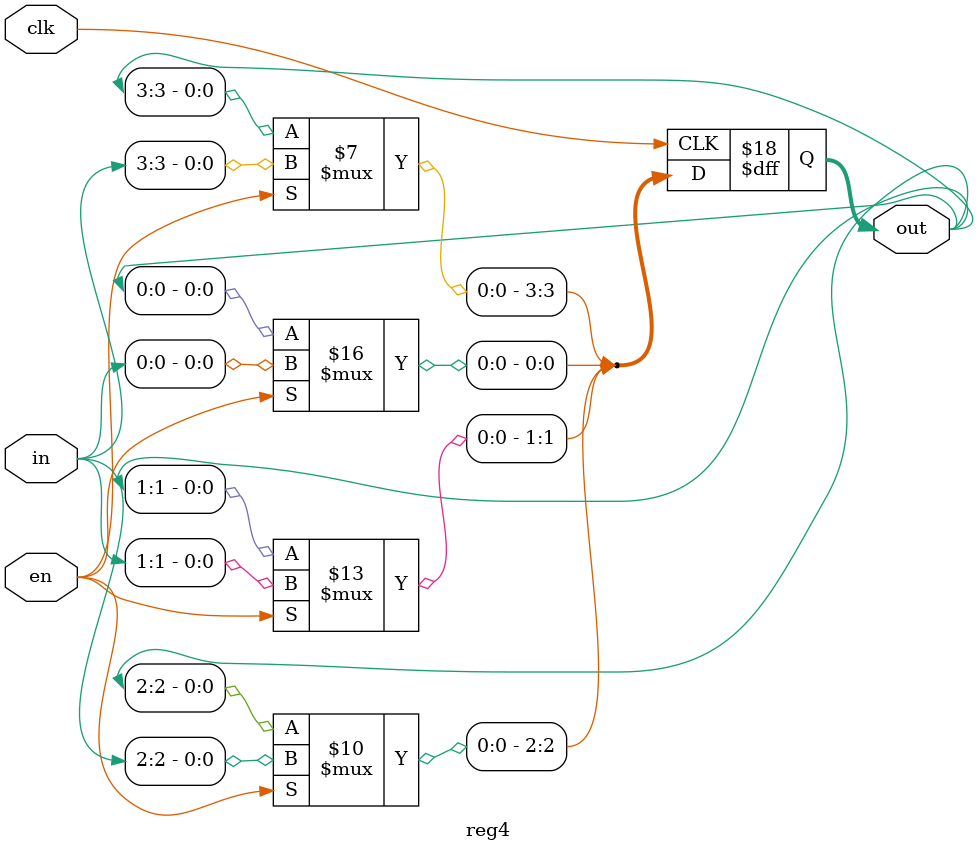
<source format=v>
module reg4( in, clk, en, out);

input [3:0]in;
input clk,en;
output reg [3:0]out;
integer i;


    always @(posedge clk)
	    begin
	    	if (en)
                for (i=0;i<4;i=i+1)
                    begin
		             out[i] <= in[i];
                    end
    	end
    

endmodule 

</source>
